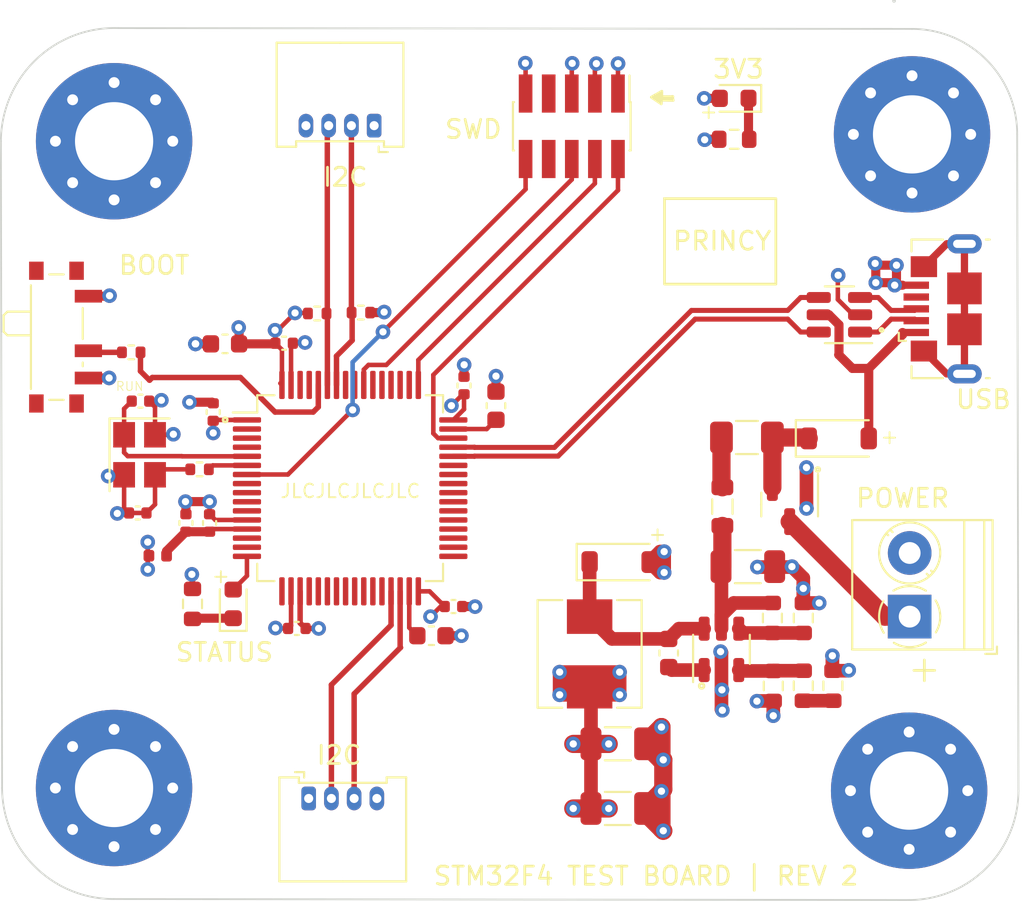
<source format=kicad_pcb>
(kicad_pcb (version 20221018) (generator pcbnew)
  (layers (0 "F.Cu" signal) (1 "In1.Cu" power) (2 "In2.Cu" power) (31 "B.Cu" signal) (34 "B.Paste" user) (35 "F.Paste" user) (36 "B.SilkS" user "B.Silkscreen") (37 "F.SilkS" user "F.Silkscreen") (38 "B.Mask" user) (39 "F.Mask" user) (44 "Edge.Cuts" user))
  (net 0 "")
  (net 1 "+12V")
  (net 2 "GND")
  (net 3 "Net-(D4-K)")
  (net 4 "Net-(D3-K)")
  (net 5 "Net-(R4-Pad2)")
  (net 6 "BUCK_FB")
  (net 7 "+3.3V")
  (net 8 "BUCK_EN")
  (net 9 "BUCK_IN")
  (net 10 "I2C1_SCL")
  (net 11 "I2C1_SDA")
  (net 12 "HSE_OUT")
  (net 13 "Net-(SW1-B)")
  (net 14 "BOOT0")
  (net 15 "USB_CONN_D-")
  (net 16 "USB_CONN_D+")
  (net 17 "USB_D+")
  (net 18 "+5V")
  (net 19 "USB_D-")
  (net 20 "BUCK_BST")
  (net 21 "BUCK_SW")
  (net 22 "Net-(D1-K)")
  (net 26 "HSE_IN")
  (net 27 "NRST")
  (net 32 "+3.3VA")
  (net 35 "LED_STATUS")
  (net 46 "USART3_TX")
  (net 47 "USART3_RX")
  (net 48 "Net-(U2-VCAP_1)")
  (net 60 "SWDIO")
  (net 61 "Net-(U2-VCAP_2)")
  (net 62 "SWCLK")
  (net 68 "SWO")
  (net 74 "unconnected-(J5-Shield-Pad6)")
  (net 77 "Net-(F1-Pad2)")
  (footprint "Capacitor_SMD:C_0402_1005Metric" (layer "F.Cu") (at 42.819581 107.869581 90)
    (fp_text reference "C12" hide)
    (fp_text value "10n" hide)
  )
  (footprint "Capacitor_SMD:C_0402_1005Metric" (layer "F.Cu") (at 43.019581 101.769581 90)
    (fp_text reference "C6" hide)
    (fp_text value "100n" hide)
  )
  (footprint "Capacitor_SMD:C_0402_1005Metric" (layer "F.Cu") (at 46.919581 97.985581)
    (fp_text reference "C10" hide)
    (fp_text value "100n" hide)
  )
  (footprint "MountingHole:MountingHole_4.3mm_M4_Pad_Via" (layer "F.Cu") (at 37.5666 122.44451)
    (fp_text reference "H3" hide)
    (fp_text value "MountingHole_Pad" hide)
  )
  (footprint "Capacitor_SMD:C_0402_1005Metric" (layer "F.Cu") (at 56.232581 112.463581)
    (fp_text reference "C8" hide)
    (fp_text value "100n" hide)
  )
  (footprint "Resistor_SMD:R_0402_1005Metric" (layer "F.Cu") (at 48.739581 96.349581)
    (fp_text reference "R11" hide)
    (fp_text value "2k2" hide)
  )
  (footprint "Capacitor_SMD:C_0603_1608Metric" (layer "F.Cu") (at 68.069581 115.019581 -90)
    (fp_text reference "C4" hide)
    (fp_text value "10n" hide)
  )
  (footprint "Package_TO_SOT_SMD:SOT-23-6" (layer "F.Cu") (at 77.457081 96.419581 180)
    (fp_text reference "U3" hide)
    (fp_text value "USBLC6-2SC6" hide)
  )
  (footprint "Fuse:Fuse_1206_3216Metric" (layer "F.Cu") (at 72.369581 103.169581 180)
    (fp_text reference "F1" hide)
    (fp_text value "250mA" hide)
  )
  (footprint "Connector_USB:USB_Micro-B_GCT_USB3076-30-A" (layer "F.Cu") (at 83.132081 96.094581 90)
    (fp_text reference "J5" hide)
    (fp_text value "USB_B_Micro" hide)
  )
  (footprint "Resistor_SMD:R_0603_1608Metric" (layer "F.Cu") (at 41.881581 112.319581 -90)
    (fp_text reference "R9" hide)
    (fp_text value "1k5" hide)
  )
  (footprint "MountingHole:MountingHole_4.3mm_M4_Pad_Via" (layer "F.Cu") (at 37.56914 86.87562)
    (fp_text reference "H4" hide)
    (fp_text value "MountingHole_Pad" hide)
  )
  (footprint "Connector_Molex:Molex_PicoBlade_53048-0410_1x04_P1.25mm_Horizontal" (layer "F.Cu") (at 48.269581 123.019581)
    (fp_text reference "J4" hide)
    (fp_text value "Conn_01x04" hide)
  )
  (footprint "Resistor_SMD:R_0603_1608Metric" (layer "F.Cu") (at 77.097581 116.819581 90)
    (fp_text reference "R5" hide)
    (fp_text value "270" hide)
  )
  (footprint "Capacitor_SMD:C_0603_1608Metric" (layer "F.Cu") (at 43.669581 98.019581 180)
    (fp_text reference "C5" hide)
    (fp_text value "4u7" hide)
  )
  (footprint "Capacitor_SMD:C_0402_1005Metric" (layer "F.Cu") (at 41.519581 107.869581 90)
    (fp_text reference "C11" hide)
    (fp_text value "1u" hide)
  )
  (footprint "TerminalBlock_Phoenix:TerminalBlock_Phoenix_PT-1,5-2-3.5-H_1x02_P3.50mm_Horizontal" (layer "F.Cu") (at 81.319581 113.019581 90)
    (fp_text reference "J1" hide)
    (fp_text value "Screw_Terminal_01x02" hide)
  )
  (footprint "Resistor_SMD:R_0402_1005Metric" (layer "F.Cu") (at 42.269581 104.919581 180)
    (fp_text reference "R8" hide)
    (fp_text value "47" hide)
  )
  (footprint "Capacitor_SMD:C_1206_3216Metric" (layer "F.Cu") (at 65.269581 120.013581)
    (fp_text reference "C2" hide)
    (fp_text value "10u" hide)
  )
  (footprint "MountingHole:MountingHole_4.3mm_M4_Pad_Via" (layer "F.Cu") (at 81.45 86.5)
    (fp_text reference "H1" hide)
    (fp_text value "MountingHole_Pad" hide)
  )
  (footprint "Diode_SMD:D_SOD-123" (layer "F.Cu") (at 65.369581 110.019581)
    (fp_text reference "D2" hide)
    (fp_text value "B5819W" hide)
  )
  (footprint "Resistor_SMD:R_0603_1608Metric" (layer "F.Cu") (at 75.469581 116.819581 -90)
    (fp_text reference "R4" hide)
    (fp_text value "15k" hide)
  )
  (footprint "Resistor_SMD:R_0603_1608Metric" (layer "F.Cu") (at 73.769581 113.094581 -90)
    (fp_text reference "R1" hide)
    (fp_text value "100k" hide)
  )
  (footprint "Crystal:Crystal_SMD_3225-4Pin_3.2x2.5mm" (layer "F.Cu") (at 38.969581 104.119581 -90)
    (fp_text reference "Y1" hide)
    (fp_text value "16MHz" hide)
  )
  (footprint "Inductor_SMD:L_Sunlord_MWSA0518S" (layer "F.Cu") (at 63.719581 115.069581 -90)
    (fp_text reference "L1" hide)
    (fp_text value "10u" hide)
  )
  (footprint "Capacitor_SMD:C_0603_1608Metric" (layer "F.Cu") (at 58.569581 101.419581 90)
    (fp_text reference "C14" hide)
    (fp_text value "2u2" hide)
  )
  (footprint "Diode_SMD:D_SOD-123" (layer "F.Cu") (at 77.419581 103.219581)
    (fp_text reference "D1" hide)
    (fp_text value "B5819W" hide)
  )
  (footprint "Package_TO_SOT_SMD:SOT-23-6" (layer "F.Cu") (at 70.969581 114.819581 90)
    (fp_text reference "U1" hide)
    (fp_text value "~" hide)
  )
  (footprint "LED_SMD:LED_0603_1608Metric" (layer "F.Cu") (at 44.119581 112.319581 90)
    (fp_text reference "D4" hide)
    (fp_text value "BLUE" hide)
  )
  (footprint "Capacitor_SMD:C_1206_3216Metric" (layer "F.Cu") (at 72.419581 110.269581)
    (fp_text reference "C1" hide)
    (fp_text value "10u" hide)
  )
  (footprint "Capacitor_SMD:C_0402_1005Metric" (layer "F.Cu") (at 56.812581 100.310581 90)
    (fp_text reference "C9" hide)
    (fp_text value "100n" hide)
  )
  (footprint "Connector_Molex:Molex_PicoBlade_53048-0410_1x04_P1.25mm_Horizontal" (layer "F.Cu") (at 51.869581 86.019581 180)
    (fp_text reference "J3" hide)
    (fp_text value "Conn_01x04" hide)
  )
  (footprint "Package_TO_SOT_SMD:SOT-23" (layer "F.Cu") (at 74.719581 106.857081 -90)
    (fp_text reference "Q1" hide)
    (fp_text value "AO3401A" hide)
  )
  (footprint "Resistor_SMD:R_0402_1005Metric" (layer "F.Cu") (at 51.139581 96.299581 180)
    (fp_text reference "R10" hide)
    (fp_text value "2k2" hide)
  )
  (footprint "Resistor_SMD:R_0603_1608Metric" (layer "F.Cu") (at 73.819581 116.831781 90)
    (fp_text reference "R3" hide)
    (fp_text value "47k" hide)
  )
  (footprint "Capacitor_SMD:C_0402_1005Metric" (layer "F.Cu") (at 47.619581 113.669581 180)
    (fp_text reference "C7" hide)
    (fp_text value "100n" hide)
  )
  (footprint "Package_QFP:LQFP-64_10x10mm_P0.5mm" (layer "F.Cu") (at 50.549581 105.953581)
    (fp_text reference "U2" hide)
    (fp_text value "STM32F405RGT6" hide)
  )
  (footprint "Resistor_SMD:R_0402_1005Metric" (layer "F.Cu") (at 38.511981 98.485981)
    (fp_text reference "R7" hide)
    (fp_text value "10k" hide)
  )
  (footprint "MountingHole:MountingHole_4.3mm_M4_Pad_Via" (layer "F.Cu") (at 81.29 122.59)
    (fp_text reference "H2" hide)
    (fp_text value "MountingHole_Pad" hide)
  )
  (footprint "Capacitor_SMD:C_0402_1005Metric" (layer "F.Cu") (at 38.869581 107.319581)
    (fp_text reference "C16" hide)
    (fp_text value "12p" hide)
  )
  (footprint "LED_SMD:LED_0603_1608Metric" (layer "F.Cu") (at 71.669581 84.519581 180)
    (fp_text reference "D3" hide)
    (fp_text value "RED" hide)
  )
  (footprint "Button_Switch_SMD:SW_SPDT_PCM12" (layer "F.Cu") (at 34.725181 97.649181 -90)
    (fp_text reference "SW1" hide)
    (fp_text value "SW_SPDT" hide)
  )
  (footprint "Capacitor_SMD:C_0402_1005Metric" (layer "F.Cu") (at 39.019581 101.169581)
    (fp_text reference "C15" hide)
    (fp_text value "12p" hide)
  )
  (footprint "Inductor_SMD:L_0402_1005Metric" (layer "F.Cu") (at 39.969581 109.669581)
    (fp_text reference "L2" hide)
    (fp_text value "39n" hide)
  )
  (footprint "Resistor_SMD:R_0603_1608Metric" (layer "F.Cu") (at 75.469581 113.094581 90)
    (fp_text reference "R2" hide)
    (fp_text value "68k" hide)
  )
  (footprint "Inductor_SMD:L_0805_2012Metric" (layer "F.Cu") (at 71.019581 106.969581 -90)
    (fp_text reference "FB1" hide)
    (fp_text value "600 @ 600MHz" hide)
  )
  (footprint "Capacitor_SMD:C_1206_3216Metric" (layer "F.Cu") (at 65.269581 123.569581)
    (fp_text reference "C3" hide)
    (fp_text value "10u" hide)
  )
  (footprint "Resistor_SMD:R_0603_1608Metric" (layer "F.Cu") (at 71.669581 86.769581 180)
    (fp_text reference "R6" hide)
    (fp_text value "1k" hide)
  )
  (footprint "Capacitor_SMD:C_0603_1608Metric" (layer "F.Cu") (at 55.019581 114.069581)
    (fp_text reference "C13" hide)
    (fp_text value "2u2" hide)
  )
  (footprint "Connector_PinSocket_1.27mm:PinSocket_2x05_P1.27mm_Vertical_SMD" (layer "F.Cu") (at 62.7384 86.05393)
    (fp_text reference "J2" hide)
    (fp_text value "SWD" hide)
  )
  (gr_poly (pts (xy 68.301616 84.42452) (xy 67.691 84.42452) (xy 67.691 84.126832) (xy 67.110864 84.453984) (xy 67.661536 84.82584) (xy 67.676776 84.61756) (xy 68.31584 84.6328) (xy 68.272152 84.40928)) (stroke (width 0.15)) (fill solid) (layer "F.SilkS"))
  (gr_circle (center 69.878448 116.82984) (end 70.00748 116.846096) (stroke (width 0.15)) (fill none) (layer "F.SilkS"))
  (gr_circle (center 79.77124 97.254568) (end 79.767176 97.245424) (stroke (width 0.15)) (fill none) (layer "F.SilkS"))
  (gr_circle (center 76.26604 104.9274) (end 76.273152 104.89692) (stroke (width 0.15)) (fill none) (layer "F.SilkS"))
  (gr_circle (center 43.67784 102.19944) (end 43.69308 102.237032) (stroke (width 0.15)) (fill none) (layer "F.SilkS"))
  (gr_rect (start 67.837304 90.033856) (end 73.961752 94.732856) (stroke (width 0.15)) (fill none) (layer "F.SilkS"))
  (gr_arc (start 31.344872 86.875624) (mid 33.258609 82.400777) (end 37.801492 80.65468) (stroke (width 0.1)) (layer "Edge.Cuts"))
  (gr_arc (start 81.451541 80.699999) (mid 85.54193 82.398289) (end 87.232097 86.492041) (stroke (width 0.1)) (layer "Edge.Cuts"))
  (gr_line (start 87.232097 86.492041) (end 87.301066 122.604363) (stroke (width 0.1)) (layer "Edge.Cuts"))
  (gr_arc (start 37.55365 128.549389) (mid 33.216237 126.768669) (end 31.40964 122.44197) (stroke (width 0.1)) (layer "Edge.Cuts"))
  (gr_line (start 37.801492 80.654679) (end 81.451541 80.699999) (stroke (width 0.1)) (layer "Edge.Cuts"))
  (gr_line (start 31.34487 86.87562) (end 31.40964 122.44197) (stroke (width 0.1)) (layer "Edge.Cuts"))
  (gr_line (start 37.55365 128.549389) (end 81.30032 128.60401) (stroke (width 0.1)) (layer "Edge.Cuts"))
  (gr_arc (start 80.46 79.16) (mid 80.46 79.16) (end 80.46 79.16) (stroke (width 0.1)) (layer "Edge.Cuts"))
  (gr_arc (start 87.301065 122.604363) (mid 85.537911 126.841631) (end 81.30032 128.604009) (stroke (width 0.1)) (layer "Edge.Cuts"))
  (gr_text "I2C" (at 48.96739 89.43594) (layer "F.SilkS") (effects (font (size 1 1)) (justify left bottom)))
  (gr_text "+" (at 66.894456 108.936536) (layer "F.SilkS") (effects (font (size 0.8 0.8) (thickness 0.1)) (justify left bottom)))
  (gr_text "3V3" (at 70.42785 83.49488) (layer "F.SilkS") (effects (font (size 1 1)) (justify left bottom)))
  (gr_text "BOOT\n" (at 37.74186 94.27972) (layer "F.SilkS") (effects (font (size 1 1)) (justify left bottom)))
  (gr_text "+" (at 81.099152 116.737384) (layer "F.SilkS") (effects (font (size 1.5 1.5)) (justify left bottom)))
  (gr_text "USB" (at 83.77428 101.66223) (layer "F.SilkS") (effects (font (size 1 1)) (justify left bottom)))
  (gr_text "STM32F4 TEST BOARD | REV 2" (at 55.053992 127.867664) (layer "F.SilkS") (effects (font (size 1 1)) (justify left bottom)))
  (gr_text "I2C" (at 48.62195 121.22404) (layer "F.SilkS") (effects (font (size 1 1)) (justify left bottom)))
  (gr_text "RUN" (at 37.631624 100.643944) (layer "F.SilkS") (effects (font (size 0.492 0.492) (thickness 0.0484)) (justify left bottom)))
  (gr_text "STATUS" (at 40.87368 115.56492) (layer "F.SilkS") (effects (font (size 1 1)) (justify left bottom)))
  (gr_text "PRINCY\n" (at 68.22 92.95) (layer "F.SilkS") (effects (font (size 1 1)) (justify left bottom)))
  (gr_text "SWD" (at 55.6768 86.8045) (layer "F.SilkS") (effects (font (size 1 1)) (justify left bottom)))
  (gr_text "POWER" (at 78.28788 107.09148) (layer "F.SilkS") (effects (font (size 1 1)) (justify left bottom)))
  (gr_text "+" (at 79.653384 103.585264) (layer "F.SilkS") (effects (font (size 0.8 0.8) (thickness 0.1)) (justify left bottom)))
  (gr_text "+" (at 69.705728 85.70468) (layer "F.SilkS") (effects (font (size 0.8 0.8) (thickness 0.1)) (justify left bottom)))
  (gr_text "JLCJLCJLCJLC" (at 46.66 106.55) (layer "F.SilkS") (effects (font (size 0.746 0.746) (thickness 0.0992)) (justify left bottom)))
  (gr_text "+" (at 42.878248 111.235744) (layer "F.SilkS") (effects (font (size 0.8 0.8) (thickness 0.1)) (justify left bottom)))
  (segment (start 81.319581 113.019581) (end 79.944581 113.019581) (width 1) (layer "F.Cu") (net 1))
  (segment (start 79.944581 113.019581) (end 74.719581 107.794581) (width 1) (layer "F.Cu") (net 1))
  (segment (start 70.419581 86.769581) (end 70.069581 86.769581) (width 0.5) (layer "F.Cu") (net 2))
  (segment (start 38.119581 105.219581) (end 37.311249 105.219581) (width 0.25) (layer "F.Cu") (net 2))
  (segment (start 47.299581 113.509581) (end 47.139581 113.669581) (width 0.249936) (layer "F.Cu") (net 2))
  (segment (start 38.389581 107.319581) (end 39.349581 107.319581) (width 0.249936) (layer "F.Cu") (net 2))
  (segment (start 67.669581 119.094581) (end 67.669581 120.794581) (width 1) (layer "F.Cu") (net 2))
  (segment (start 36.159781 99.894581) (end 36.155181 99.899181) (width 0.5) (layer "F.Cu") (net 2))
  (segment (start 64.0084 84.25393) (end 64.0084 82.69057) (width 0.25) (layer "F.Cu") (net 2))
  (segment (start 75.469581 111.469581) (end 75.469581 110.894581) (width 0.75) (layer "F.Cu") (net 2))
  (segment (start 77.097581 115.994581) (end 77.944581 115.994581) (width 0.75) (layer "F.Cu") (net 2))
  (segment (start 79.455474 93.630474) (end 79.419581 93.594581) (width 0.5) (layer "F.Cu") (net 2))
  (segment (start 60.1984 82.59612) (end 60.1853 82.58302) (width 0.25) (layer "F.Cu") (net 2))
  (segment (start 67.669581 122.619581) (end 67.669581 124.694581) (width 1) (layer "F.Cu") (net 2))
  (segment (start 39.819581 105.219581) (end 39.819581 106.849581) (width 0.249936) (layer "F.Cu") (net 2))
  (segment (start 79.455474 94.655975) (end 80.355975 94.655975) (width 0.5) (layer "F.Cu") (net 2))
  (segment (start 44.874581 107.703581) (end 43.133581 107.703581) (width 0.249936) (layer "F.Cu") (net 2))
  (segment (start 39.819581 103.019581) (end 40.800299 103.019581) (width 0.25) (layer "F.Cu") (net 2))
  (segment (start 66.744581 123.569581) (end 66.744581 123.769581) (width 1) (layer "F.Cu") (net 2))
  (segment (start 67.769581 120.894581) (end 67.625581 120.894581) (width 1) (layer "F.Cu") (net 2))
  (segment (start 70.069581 86.769581) (end 70.044581 86.794581) (width 0.5) (layer "F.Cu") (net 2))
  (segment (start 66.744581 123.769581) (end 67.769581 124.794581) (width 1) (layer "F.Cu") (net 2))
  (segment (start 80.594581 93.694581) (end 79.519581 93.694581) (width 0.5) (layer "F.Cu") (net 2))
  (segment (start 55.794581 114.069581) (end 56.669581 114.069581) (width 0.5) (layer "F.Cu") (net 2))
  (segment (start 47.139581 113.669581) (end 46.469581 113.669581) (width 0.249936) (layer "F.Cu") (net 2))
  (segment (start 38.119581 105.219581) (end 38.119581 107.049581) (width 0.249936) (layer "F.Cu") (net 2))
  (segment (start 70.969581 114.994081) (end 70.969581 118.119581) (width 0.75) (layer "F.Cu") (net 2))
  (segment (start 67.669581 120.794581) (end 67.769581 120.894581) (width 1) (layer "F.Cu") (net 2))
  (segment (start 67.594581 109.444581) (end 67.019581 110.019581) (width 0.75) (layer "F.Cu") (net 2))
  (segment (start 67.769581 122.519581) (end 67.669581 122.619581) (width 1) (layer "F.Cu") (net 2))
  (segment (start 56.712581 112.463581) (end 57.413581 112.463581) (width 0.5) (layer "F.Cu") (net 2))
  (segment (start 79.455474 94.655975) (end 79.455474 93.630474) (width 0.5) (layer "F.Cu") (net 2))
  (segment (start 79.41908 94.619581) (end 79.455474 94.655975) (width 0.25) (layer "F.Cu") (net 2))
  (segment (start 57.413581 112.463581) (end 57.419581 112.469581) (width 0.5) (layer "F.Cu") (net 2))
  (segment (start 75.469581 110.894581) (end 74.844581 110.269581) (width 0.75) (layer "F.Cu") (net 2))
  (segment (start 42.819581 107.389581) (end 42.819581 106.694581) (width 0.249936) (layer "F.Cu") (net 2))
  (segment (start 67.663581 119.094581) (end 66.744581 120.013581) (width 1) (layer "F.Cu") (net 2))
  (segment (start 39.819581 101.489581) (end 39.499581 101.169581) (width 0.249936) (layer "F.Cu") (net 2))
  (segment (start 80.494581 94.794581) (end 80.927081 94.794581) (width 0.5) (layer "F.Cu") (net 2))
  (segment (start 37.824581 107.344581) (end 37.744581 107.344581) (width 0.249936) (layer "F.Cu") (net 2))
  (segment (start 42.044581 98.019581) (end 42.894581 98.019581) (width 0.5) (layer "F.Cu") (net 2))
  (segment (start 47.299581 100.278581) (end 47.299581 98.085581) (width 0.249936) (layer "F.Cu") (net 2))
  (segment (start 47.299581 98.085581) (end 47.399581 97.985581) (width 0.249936) (layer "F.Cu") (net 2))
  (segment (start 42.95916 101.22916) (end 41.71569 101.22916) (width 0.5) (layer "F.Cu") (net 2))
  (segment (start 77.369581 94.265839) (end 77.38872 94.2467) (width 0.25) (layer "F.Cu") (net 2))
  (segment (start 67.669581 124.694581) (end 67.769581 124.794581) (width 1) (layer "F.Cu") (net 2))
  (segment (start 67.669581 119.094581) (end 67.663581 119.094581) (width 1) (layer "F.Cu") (net 2))
  (segment (start 67.625581 120.894581) (end 66.744581 120.013581) (width 1) (layer "F.Cu") (net 2))
  (segment (start 48.028581 97.985581) (end 48.069581 97.944581) (width 0.249936) (layer "F.Cu") (net 2))
  (segment (start 77.369581 95.578832) (end 77.369581 94.265839) (width 0.25) (layer "F.Cu") (net 2))
  (segment (start 47.299581 111.628581) (end 47.299581 113.509581) (width 0.249936) (layer "F.Cu") (net 2))
  (segment (start 43.019581 101.289581) (end 42.95916 101.22916) (width 0.5) (layer "F.Cu") (net 2))
  (segment (start 67.594581 110.594581) (end 67.019581 110.019581) (width 0.75) (layer "F.Cu") (net 2))
  (segment (start 78.594581 96.419581) (end 78.21033 96.419581) (width 0.25) (layer "F.Cu") (net 2))
  (segment (start 41.881581 110.731581) (end 41.844581 110.694581) (width 0.3) (layer "F.Cu") (net 2))
  (segment (start 39.819581 106.849581) (end 39.349581 107.319581) (width 0.249936) (layer "F.Cu") (net 2))
  (segment (start 72.944581 110.294581) (end 74.819581 110.294581) (width 0.75) (layer "F.Cu") (net 2))
  (segment (start 47.399581 97.985581) (end 48.028581 97.985581) (width 0.249936) (layer "F.Cu") (net 2))
  (segment (start 75.644581 104.819581) (end 75.644581 107.069581) (width 0.75) (layer "F.Cu") (net 2))
  (segment (start 67.819581 110.594581) (end 67.594581 110.594581) (width 0.75) (layer "F.Cu") (net 2))
  (segment (start 77.069581 115.169581) (end 77.069581 115.966581) (width 0.75) (layer "F.Cu") (net 2))
  (segment (start 67.819581 109.444581) (end 67.594581 109.444581) (width 0.75) (layer "F.Cu") (net 2))
  (segment (start 75.469581 112.269581) (end 76.344581 112.269581) (width 0.75) (layer "F.Cu") (net 2))
  (segment (start 64.0084 82.69057) (end 64.09055 82.60842) (width 0.25) (layer "F.Cu") (net 2))
  (segment (start 67.669581 122.619581) (end 67.669581 122.644581) (width 1) (layer "F.Cu") (net 2))
  (segment (start 62.7384 82.61437) (end 62.76086 82.59191) (width 0.25) (layer "F.Cu") (net 2))
  (segment (start 79.519581 93.694581) (end 79.419581 93.594581) (width 0.5) (layer "F.Cu") (net 2))
  (segment (start 70.844581 86.769581) (end 70.419581 86.769581) (width 0.5) (layer "F.Cu") (net 2))
  (segment (start 56.812581 99.176581) (end 56.819581 99.169581) (width 0.5) (layer "F.Cu") (net 2))
  (segment (start 80.355975 94.655975) (end 80.494581 94.794581) (width 0.5) (layer "F.Cu") (net 2))
  (segment (start 75.469581 111.469581) (end 75.469581 112.269581) (width 0.75) (layer "F.Cu") (net 2))
  (segment (start 41.494581 106.694581) (end 42.819581 106.694581) (width 0.5) (layer "F.Cu") (net 2))
  (segment (start 60.1984 84.25393) (end 60.1984 82.59612) (width 0.25) (layer "F.Cu") (net 2))
  (segment (start 46.469581 113.669581) (end 46.444581 113.644581) (width 0.249936) (layer "F.Cu") (net 2))
  (segment (start 74.819581 110.294581) (end 74.844581 110.269581) (width 0.75) (layer "F.Cu") (net 2))
  (segment (start 39.499581 101.169581) (end 40.119581 101.169581) (width 0.249936) (layer "F.Cu") (net 2))
  (segment (start 78.21033 96.419581) (end 77.369581 95.578832) (width 0.25) (layer "F.Cu") (net 2))
  (segment (start 58.569581 100.644581) (end 58.569581 99.794581) (width 0.5) (layer "F.Cu") (net 2))
  (segment (start 77.944581 115.994581) (end 77.969581 115.969581) (width 0.75) (layer "F.Cu") (net 2))
  (segment (start 56.812581 99.830581) (end 56.812581 99.176581) (width 0.5) (layer "F.Cu") (net 2))
  (segment (start 37.769581 107.319581) (end 37.744581 107.344581) (width 0.249936) (layer "F.Cu") (net 2))
  (segment (start 40.800299 103.019581) (end 40.82923 102.99065) (width 0.25) (layer "F.Cu") (net 2))
  (segment (start 41.759581 104.919581) (end 40.119581 104.919581) (width 0.249936) (layer "F.Cu") (net 2))
  (segment (start 43.133581 107.703581) (end 42.819581 107.389581) (width 0.249936) (layer "F.Cu") (net 2))
  (segment (start 40.119581 101.169581) (end 40.169581 101.119581) (width 0.249936) (layer "F.Cu") (net 2))
  (segment (start 37.294581 99.894581) (end 36.159781 99.894581) (width 0.5) (layer "F.Cu") (net 2))
  (segment (start 62.7384 84.25393) (end 62.7384 82.61437) (width 0.25) (layer "F.Cu") (net 2))
  (segment (start 70.969581 118.119581) (end 71.019581 118.169581) (width 0.75) (layer "F.Cu") (net 2))
  (segment (start 67.769581 120.894581) (end 67.769581 122.519581) (width 1) (layer "F.Cu") (net 2))
  (segment (start 37.311249 105.219581) (end 37.24275 105.28808) (width 0.25) (layer "F.Cu") (net 2))
  (segment (start 77.069581 115.966581) (end 77.097581 115.994581) (width 0.75) (layer "F.Cu") (net 2))
  (segment (start 41.881581 111.494581) (end 41.881581 110.731581) (width 0.3) (layer "F.Cu") (net 2))
  (segment (start 39.819581 103.019581) (end 39.819581 101.489581) (width 0.249936) (layer "F.Cu") (net 2))
  (segment (start 80.594581 94.694581) (end 80.494581 94.794581) (width 0.5) (layer "F.Cu") (net 2))
  (segment (start 67.669581 122.644581) (end 66.744581 123.569581) (width 1) (layer "F.Cu") (net 2))
  (segment (start 41.519581 107.389581) (end 41.519581 106.719581) (width 0.5) (layer "F.Cu") (net 2))
  (segment (start 38.119581 107.049581) (end 37.824581 107.344581) (width 0.249936) (layer "F.Cu") (net 2))
  (segment (start 40.119581 104.919581) (end 39.819581 105.219581) (width 0.249936) (layer "F.Cu") (net 2))
  (segment (start 67.819581 109.444581) (end 67.819581 110.594581) (width 0.75) (layer "F.Cu") (net 2))
  (segment (start 41.519581 106.719581) (end 41.494581 106.694581) (width 0.5) (layer "F.Cu") (net 2))
  (segment (start 70.919581 114.944081) (end 70.969581 114.994081) (width 0.75) (layer "F.Cu") (net 2))
  (segment (start 80.594581 93.694581) (end 80.594581 94.694581) (width 0.5) (layer "F.Cu") (net 2))
  (segment (start 38.389581 107.319581) (end 37.769581 107.319581) (width 0.249936) (layer "F.Cu") (net 2))
  (via (at 80.594581 93.694581) (size 0.8) (drill 0.4) (layers "F.Cu" "B.Cu") (net 2))
  (via (at 41.494581 106.694581) (size 0.8) (drill 0.4) (layers "F.Cu" "B.Cu") (net 2))
  (via (at 70.994581 117.044581) (size 0.8) (drill 0.4) (layers "F.Cu" "B.Cu") (net 2))
  (via (at 56.669581 114.069581) (size 0.8) (drill 0.4) (layers "F.Cu" "B.Cu") (net 2))
  (via (at 37.294581 99.894581) (size 0.8) (drill 0.4) (layers "F.Cu" "B.Cu") (net 2))
  (via (at 75.469581 111.469581) (size 0.8) (drill 0.4) (layers "F.Cu" "B.Cu") (net 2))
  (via (at 37.744581 107.344581) (size 0.8) (drill 0.4) (layers "F.Cu" "B.Cu") (net 2))
  (via (at 37.24275 105.28808) (size 0.8) (drill 0.4) (layers "F.Cu" "B.Cu") (net 2))
  (via (at 42.044581 98.019581) (size 0.8) (drill 0.4) (layers "F.Cu" "B.Cu") (net 2))
  (via (at 70.044581 86.794581) (size 0.8) (drill 0.4) (layers "F.Cu" "B.Cu") (net 2))
  (via (at 67.669581 122.619581) (size 0.8) (drill 0.4) (layers "F.Cu" "B.Cu") (net 2))
  (via (at 79.455474 94.655975) (size 0.8) (drill 0.4) (layers "F.Cu" "B.Cu") (net 2))
  (via (at 70.919581 114.944081) (size 0.8) (drill 0.4) (layers "F.Cu" "B.Cu") (net 2))
  (via (at 46.444581 113.644581) (size 0.8) (drill 0.4) (layers "F.Cu" "B.Cu") (net 2))
  (via (at 64.09055 82.60842) (size 0.8) (drill 0.4) (layers "F.Cu" "B.Cu") (net 2))
  (via (at 42.044581 98.019581) (size 0.8) (drill 0.4) (layers "F.Cu" "B.Cu") (net 2))
  (via (at 75.644581 104.819581) (size 0.8) (drill 0.4) (layers "F.Cu" "B.Cu") (net 2))
  (via (at 71.019581 118.169581) (size 0.8) (drill 0.4) (layers "F.Cu" "B.Cu") (net 2))
  (via (at 77.38872 94.2467) (size 0.8) (drill 0.4) (layers "F.Cu" "B.Cu") (net 2))
  (via (at 42.044581 98.019581) (size 0.8) (drill 0.4) (layers "F.Cu" "B.Cu") (net 2))
  (via (at 67.769581 120.894581) (size 0.8) (drill 0.4) (layers "F.Cu" "B.Cu") (net 2))
  (via (at 79.419581 93.594581) (size 0.8) (drill 0.4) (layers "F.Cu" "B.Cu") (net 2))
  (via (at 72.944581 110.294581) (size 0.8) (drill 0.4) (layers "F.Cu" "B.Cu") (net 2))
  (via (at 57.419581 112.469581) (size 0.8) (drill 0.4) (layers "F.Cu" "B.Cu") (net 2))
  (via (at 58.569581 99.794581) (size 0.8) (drill 0.4) (layers "F.Cu" "B.Cu") (net 2))
  (via (at 40.169581 101.119581) (size 0.8) (drill 0.4) (layers "F.Cu" "B.Cu") (net 2))
  (via (at 41.71569 101.22916) (size 0.8) (drill 0.4) (layers "F.Cu" "B.Cu") (net 2))
  (via (at 42.044581 98.019581) (size 0.8) (drill 0.4) (layers "F.Cu" "B.Cu") (net 2))
  (via (at 76.344581 112.269581) (size 0.8) (drill 0.4) (layers "F.Cu" "B.Cu") (net 2))
  (via (at 56.819581 99.169581) (size 0.8) (drill 0.4) (layers "F.Cu" "B.Cu") (net 2))
  (via (at 67.819581 110.594581) (size 0.8) (drill 0.4) (layers "F.Cu" "B.Cu") (net 2))
  (via (at 40.82923 102.99065) (size 0.8) (drill 0.4) (layers "F.Cu" "B.Cu") (net 2))
  (via (at 77.969581 115.969581) (size 0.8) (drill 0.4) (layers "F.Cu" "B.Cu") (net 2))
  (via (at 80.494581 94.794581) (size 0.8) (drill 0.4) (layers "F.Cu" "B.Cu") (net 2))
  (via (at 67.669581 119.094581) (size 0.8) (drill 0.4) (layers "F.Cu" "B.Cu") (net 2))
  (via (at 74.844581 110.269581) (size 0.8) (drill 0.4) (layers "F.Cu" "B.Cu") (net 2))
  (via (at 75.644581 107.069581) (size 0.8) (drill 0.4) (layers "F.Cu" "B.Cu") (net 2))
  (via (at 42.044581 98.019581) (size 0.8) (drill 0.4) (layers "F.Cu" "B.Cu") (net 2))
  (via (at 67.819581 109.444581) (size 0.8) (drill 0.4) (layers "F.Cu" "B.Cu") (net 2))
  (via (at 77.069581 115.169581) (size 0.8) (drill 0.4) (layers "F.Cu" "B.Cu") (net 2))
  (via (at 67.769581 124.794581) (size 0.8) (drill 0.4) (layers "F.Cu" "B.Cu") (net 2))
  (via (at 42.819581 106.694581) (size 0.8) (drill 0.4) (layers "F.Cu" "B.Cu") (net 2))
  (via (at 41.844581 110.694581) (size 0.8) (drill 0.4) (layers "F.Cu" "B.Cu") (net 2))
  (via (at 48.069581 97.944581) (size 0.8) (drill 0.4) (layers "F.Cu" "B.Cu") (net 2))
  (via (at 60.1853 82.58302) (size 0.8) (drill 0.4) (layers "F.Cu" "B.Cu") (net 2))
  (via (at 62.76086 82.59191) (size 0.8) (drill 0.4) (layers "F.Cu" "B.Cu") (net 2))
  (segment (start 44.119581 113.107081) (end 41.919081 113.107081) (width 0.5) (layer "F.Cu") (net 3))
  (segment (start 41.919081 113.107081) (end 41.881581 113.144581) (width 0.5) (layer "F.Cu") (net 3))
  (segment (start 72.457081 84.519581) (end 72.457081 86.732081) (width 0.5) (layer "F.Cu") (net 4))
  (segment (start 72.457081 86.732081) (end 72.494581 86.769581) (width 0.5) (layer "F.Cu") (net 4))
  (segment (start 77.097581 117.644581) (end 75.469581 117.644581) (width 0.75) (layer "F.Cu") (net 5))
  (segment (start 73.831781 115.994581) (end 73.819581 116.006781) (width 0.75) (layer "F.Cu") (net 6))
  (segment (start 73.819581 116.006781) (end 71.969281 116.006781) (width 0.75) (layer "F.Cu") (net 6))
  (segment (start 75.469581 115.994581) (end 73.831781 115.994581) (width 0.75) (layer "F.Cu") (net 6))
  (segment (start 71.969281 116.006781) (end 71.919581 115.957081) (width 0.75) (layer "F.Cu") (net 6))
  (segment (start 56.119581 101.419581) (end 56.183581 101.419581) (width 0.5) (layer "F.Cu") (net 7))
  (segment (start 44.444581 97.144581) (end 44.419581 97.119581) (width 0.5) (layer "F.Cu") (net 7))
  (segment (start 62.269581 117.119581) (end 62.069581 117.319581) (width 0.75) (layer "F.Cu") (net 7))
  (segment (start 48.099581 113.669581) (end 48.819581 113.669581) (width 0.3) (layer "F.Cu") (net 7))
  (segment (start 62.819581 120.019581) (end 64.769581 120.019581) (width 1) (layer "F.Cu") (net 7))
  (segment (start 52.389581 96.299581) (end 52.419581 96.269581) (width 0.5) (layer "F.Cu") (net 7))
  (segment (start 46.405581 98.019581) (end 46.439581 97.985581) (width 0.5) (layer "F.Cu") (net 7))
  (segment (start 63.119581 117.119581) (end 62.069581 116.069581) (width 0.75) (layer "F.Cu") (net 7))
  (segment (start 65.2784 84.25393) (end 65.2784 82.6131) (width 0.25) (layer "F.Cu") (net 7))
  (segment (start 55.525581 112.463581) (end 54.969581 113.019581) (width 0.25) (layer "F.Cu") (net 7))
  (segment (start 63.719581 117.119581) (end 63.119581 117.119581) (width 0.75) (layer "F.Cu") (net 7))
  (segment (start 63.794581 120.013581) (end 63.794581 117.194581) (width 0.75) (layer "F.Cu") (net 7))
  (segment (start 70.882081 84.519581) (end 70.019581 84.519581) (width 0.5) (layer "F.Cu") (net 7))
  (segment (start 37.289981 95.399181) (end 37.319581 95.369581) (width 0.5) (layer "F.Cu") (net 7))
  (segment (start 65.369581 116.069581) (end 65.369581 117.319581) (width 0.75) (layer "F.Cu") (net 7))
  (segment (start 63.719581 117.119581) (end 62.269581 117.119581) (width 0.75) (layer "F.Cu") (net 7))
  (segment (start 73.819581 117.656781) (end 73.819581 118.469581) (width 0.75) (layer "F.Cu") (net 7))
  (segment (start 47.799581 113.369581) (end 48.099581 113.669581) (width 0.3) (layer "F.Cu") (net 7))
  (segment (start 43.065581 102.203581) (end 43.019581 102.249581) (width 0.249936) (layer "F.Cu") (net 7))
  (segment (start 39.419581 110.419581) (end 39.419581 108.919581) (width 0.249936) (layer "F.Cu") (net 7))
  (segment (start 63.719581 117.119581) (end 65.169581 117.119581) (width 0.75) (layer "F.Cu") (net 7))
  (segment (start 51.649581 96.299581) (end 52.389581 96.299581) (width 0.5) (layer "F.Cu") (net 7))
  (segment (start 56.812581 101.615581) (end 56.224581 102.203581) (width 0.249936) (layer "F.Cu") (net 7))
  (segment (start 65.169581 117.119581) (end 65.369581 117.319581) (width 0.75) (layer "F.Cu") (net 7))
  (segment (start 47.799581 111.628581) (end 47.799581 113.369581) (width 0.3) (layer "F.Cu") (net 7))
  (segment (start 63.794581 117.194581) (end 63.719581 117.119581) (width 0.75) (layer "F.Cu") (net 7))
  (segment (start 46.419581 97.269581) (end 46.569581 97.269581) (width 0.249936) (layer "F.Cu") (net 7))
  (segment (start 65.2784 82.6131) (end 65.28308 82.60842) (width 0.25) (layer "F.Cu") (net 7))
  (segment (start 62.069581 116.069581) (end 65.369581 116.069581) (width 0.75) (layer "F.Cu") (net 7))
  (segment (start 64.319581 117.119581) (end 65.369581 116.069581) (width 0.75) (layer "F.Cu") (net 7))
  (segment (start 56.812581 100.790581) (end 56.748581 100.790581) (width 0.25) (layer "F.Cu") (net 7))
  (segment (start 44.444581 98.019581) (end 46.405581 98.019581) (width 0.5) (layer "F.Cu") (net 7))
  (segment (start 62.069581 116.069581) (end 62.069581 117.319581) (width 0.75) (layer "F.Cu") (net 7))
  (segment (start 47.519581 96.319581) (end 48.199581 96.319581) (width 0.25) (layer "F.Cu") (net 7))
  (segment (start 46.799581 100.278581) (end 46.799581 98.345581) (width 0.249936) (layer "F.Cu") (net 7))
  (segment (start 46.799581 98.345581) (end 46.439581 97.985581) (width 0.249936) (layer "F.Cu") (net 7))
  (segment (start 46.439581 97.985581) (end 46.439581 97.289581) (width 0.249936) (layer "F.Cu") (net 7))
  (segment (start 73.819581 117.656781) (end 72.932381 117.656781) (width 0.75) (layer "F.Cu") (net 7))
  (segment (start 63.794581 120.013581) (end 63.794581 123.569581) (width 0.75) (layer "F.Cu") (net 7))
  (segment (start 47.549581 96.349581) (end 47.519581 96.319581) (width 0.5) (layer "F.Cu") (net 7))
  (segment (start 54.299581 111.628581) (end 54.917581 111.628581) (width 0.25) (layer "F.Cu") (net 7))
  (segment (start 56.812581 100.790581) (end 56.812581 101.615581) (width 0.249936) (layer "F.Cu") (net 7))
  (segment (start 56.812581 100.790581) (end 56.805017 100.790581) (width 0.249936) (layer "F.Cu") (net 7))
  (segment (start 52.61806 96.071102) (end 52.419581 96.269581) (width 0.249936) (layer "F.Cu") (net 7))
  (segment (start 39.369581 108.869581) (end 39.419581 108.919581) (width 0.249936) (layer "F.Cu") (net 7))
  (segment (start 48.199581 96.319581) (end 48.229581 96.349581) (width 0.25) (layer "F.Cu") (net 7))
  (segment (start 62.819581 123.569581) (end 64.769581 123.569581) (width 1) (layer "F.Cu") (net 7))
  (segment (start 62.069581 117.319581) (end 65.369581 117.319581) (width 0.75) (layer "F.Cu") (net 7))
  (segment (start 46.439581 97.289581) (end 46.419581 97.269581) (width 0.249936) (layer "F.Cu") (net 7))
  (segment (start 63.719581 117.119581) (end 64.319581 117.119581) (width 0.75) (layer "F.Cu") (net 7))
  (segment (start 54.917581 111.628581) (end 55.752581 112.463581) (width 0.25) (layer "F.Cu") (net 7))
  (segment (start 44.874581 102.203581) (end 43.065581 102.203581) (width 0.249936) (layer "F.Cu") (net 7))
  (segment (start 46.710613 100.189613) (end 46.799581 100.278581) (width 0.249936) (layer "F.Cu") (net 7))
  (segment (start 72.932381 117.656781) (end 72.919581 117.669581) (width 0.75) (layer "F.Cu") (net 7))
  (segment (start 44.444581 98.019581) (end 44.444581 97.144581) (width 0.5) (layer "F.Cu") (net 7))
  (segment (start 46.569581 97.269581) (end 47.519581 96.319581) (width 0.249936) (layer "F.Cu") (net 7))
  (segment (start 56.748581 100.790581) (end 56.119581 101.419581) (width 0.25) (layer "F.Cu") (net 7))
  (segment (start 36.155181 95.399181) (end 37.289981 95.399181) (width 0.5) (layer "F.Cu") (net 7))
  (segment (start 43.019581 102.249581) (end 43.019581 102.919581) (width 0.249936) (layer "F.Cu") (net 7))
  (via (at 48.819581 113.669581) (size 0.8) (drill 0.4) (layers "F.Cu" "B.Cu") (net 7))
  (via (at 70.019581 84.519581) (size 0.8) (drill 0.4) (layers "F.Cu" "B.Cu") (net 7))
  (via (at 65.369581 116.069581) (size 0.8) (drill 0.4) (layers "F.Cu" "B.Cu") (net 7))
  (via (at 54.969581 113.019581) (size 0.8) (drill 0.4) (layers "F.Cu" "B.Cu") (net 7))
  (via (at 46.419581 97.269581) (size 0.8) (drill 0.4) (layers "F.Cu" "B.Cu") (net 7))
  (via (at 65.369581 117.319581) (size 0.8) (drill 0.4) (layers "F.Cu" "B.Cu") (net 7))
  (via (at 37.319581 95.369581) (size 0.8) (drill 0.4) (layers "F.Cu" "B.Cu") (net 7))
  (via (at 62.819581 120.019581) (size 0.8) (drill 0.4) (layers "F.Cu" "B.Cu") (net 7))
  (via (at 39.419581 110.419581) (size 0.8) (drill 0.4) (layers "F.Cu" "B.Cu") (net 7))
  (via (at 62.069581 117.319581) (size 0.8) (drill 0.4) (layers "F.Cu" "B.Cu") (net 7))
  (via (at 73.819581 118.469581) (size 0.8) (drill 0.4) (layers "F.Cu" "B.Cu") (net 7))
  (via (at 72.919581 117.669581) (size 0.8) (drill 0.4) (layers "F.Cu" "B.Cu") (net 7))
  (via (at 44.419581 97.119581) (size 0.8) (drill 0.4) (layers "F.Cu" "B.Cu") (net 7))
  (via (at 47.519581 96.319581) (size 0.8) (drill 0.4) (layers "F.Cu" "B.Cu") (net 7))
  (via (at 64.769581 123.569581) (size 0.8) (drill 0.4) (layers "F.Cu" "B.Cu") (net 7))
  (via (at 56.119581 101.419581) (size 0.8) (drill 0.4) (layers "F.Cu" "B.Cu") (net 7))
  (via (at 62.819581 123.569581) (size 0.8) (drill 0.4) (layers "F.Cu" "B.Cu") (net 7))
  (via (at 64.769581 120.019581) (size 0.8) (drill 0.4) (layers "F.Cu" "B.Cu") (net 7))
  (via (at 62.069581 116.069581) (size 0.8) (drill 0.4) (layers "F.Cu" "B.Cu") (net 7))
  (via (at 52.419581 96.269581) (size 0.8) (drill 0.4) (layers "F.Cu" "B.Cu") (net 7))
  (via (at 43.019581 102.919581) (size 0.8) (drill 0.4) (layers "F.Cu" "B.Cu") (net 7))
  (via (at 65.28308 82.60842) (size 0.8) (drill 0.4) (layers "F.Cu" "B.Cu") (net 7))
  (via (at 39.419581 108.919581) (size 0.8) (drill 0.4) (layers "F.Cu" "B.Cu") (net 7))
  (segment (start 73.769581 113.919581) (end 72.157081 113.919581) (width 0.75) (layer "F.Cu") (net 8))
  (segment (start 75.469581 113.919581) (end 73.769581 113.919581) (width 0.75) (layer "F.Cu") (net 8))
  (segment (start 72.157081 113.919581) (end 71.919581 113.682081) (width 0.75) (layer "F.Cu") (net 8))
  (segment (start 70.969581 110.294581) (end 70.944581 110.269581) (width 0.75) (layer "F.Cu") (net 9))
  (segment (start 71.644276 112.269581) (end 70.969581 112.944276) (width 0.75) (layer "F.Cu") (net 9))
  (segment (start 71.019581 110.194581) (end 70.944581 110.269581) (width 1) (layer "F.Cu") (net 9))
  (segment (start 70.969581 113.682081) (end 70.969581 110.294581) (width 0.75) (layer "F.Cu") (net 9))
  (segment (start 73.769581 112.269581) (end 71.644276 112.269581) (width 0.75) (layer "F.Cu") (net 9))
  (segment (start 70.969581 112.944276) (end 70.969581 113.682081) (width 0.75) (layer "F.Cu") (net 9))
  (segment (start 71.019581 108.032081) (end 71.019581 110.194581) (width 1) (layer "F.Cu") (net 9))
  (segment (start 50.659581 96.329581) (end 50.659581 97.829581) (width 0.299974) (layer "F.Cu") (net 10))
  (segment (start 49.799581 98.689581) (end 49.799581 100.278581) (width 0.299974) (layer "F.Cu") (net 10))
  (segment (start 50.629581 96.299581) (end 50.659581 96.329581) (width 0.299974) (layer "F.Cu") (net 10))
  (segment (start 50.619581 86.019581) (end 50.619581 96.289581) (width 0.299974) (layer "F.Cu") (net 10))
  (segment (start 50.659581 97.829581) (end 49.799581 98.689581) (width 0.299974) (layer "F.Cu") (net 10))
  (segment (start 50.619581 96.289581) (end 50.629581 96.299581) (width 0.299974) (layer "F.Cu") (net 10))
  (segment (start 49.299581 96.399581) (end 49.249581 96.349581) (width 0.299974) (layer "F.Cu") (net 11))
  (segment (start 49.294581 96.304581) (end 49.249581 96.349581) (width 0.299974) (layer "F.Cu") (net 11))
  (segment (start 49.299581 100.278581) (end 49.299581 96.399581) (width 0.299974) (layer "F.Cu") (net 11))
  (segment (start 49.294581 86.019581) (end 49.294581 96.304581) (width 0.299974) (layer "F.Cu") (net 11))
  (segment (start 42.995581 104.703581) (end 42.779581 104.919581) (width 0.249936) (layer "F.Cu") (net 12))
  (segment (start 44.874581 104.703581) (end 42.995581 104.703581) (width 0.249936) (layer "F.Cu") (net 12))
  (segment (start 36.241981 98.485981) (end 36.155181 98.399181) (width 0.299974) (layer "F.Cu") (net 13))
  (segment (start 38.001981 98.485981) (end 36.241981 98.485981) (width 0.299974) (layer "F.Cu") (net 13))
  (segment (start 46.419581 101.769581) (end 44.519594 99.869594) (width 0.299974) (layer "F.Cu") (net 14))
  (segment (start 39.519581 100.019581) (end 39.019581 99.519581) (width 0.299974) (layer "F.Cu") (net 14))
  (segment (start 39.019581 98.488381) (end 39.021981 98.485981) (width 0.299974) (layer "F.Cu") (net 14))
  (segment (start 39.019581 99.519581) (end 39.019581 98.488381) (width 0.299974) (layer "F.Cu") (net 14))
  (segment (start 48.799581 100.278581) (end 48.799581 101.489581) (width 0.299974) (layer "F.Cu") (net 14))
  (segment (start 48.519581 101.769581) (end 46.419581 101.769581) (width 0.299974) (layer "F.Cu") (net 14))
  (segment (start 44.519594 99.869594) (end 39.669568 99.869594) (width 0.299974) (layer "F.Cu") (net 14))
  (segment (start 48.799581 101.489581) (end 48.519581 101.769581) (width 0.299974) (layer "F.Cu") (net 14))
  (segment (start 39.669568 99.869594) (end 39.519581 100.019581) (width 0.299974) (layer "F.Cu") (net 14))
  (segment (start 81.59701 96.65951) (end 80.298404 96.659509) (width 0.27686) (layer "F.Cu") (net 15))
  (segment (start 81.682081 96.744581) (end 81.59701 96.65951) (width 0.27686) (layer "F.Cu") (net 15))
  (segment (start 80.298404 96.659509) (end 79.588332 97.369581) (width 0.27686) (layer "F.Cu") (net 15))
  (segment (start 79.588332 97.369581) (end 78.594581 97.369581) (width 0.27686) (layer "F.Cu") (net 15))
  (segment (start 81.59701 96.179652) (end 80.298404 96.179653) (width 0.27686) (layer "F.Cu") (net 16))
  (segment (start 79.588332 95.469581) (end 78.594581 95.469581) (width 0.27686) (layer "F.Cu") (net 16))
  (segment (start 81.682081 96.094581) (end 81.59701 96.179652) (width 0.27686) (layer "F.Cu") (net 16))
  (segment (start 80.298404 96.179653) (end 79.588332 95.469581) (width 0.27686) (layer "F.Cu") (net 16))
  (segment (start 61.786197 103.713653) (end 69.320197 96.179653) (width 0.27686) (layer "F.Cu") (net 17))
  (segment (start 75.32583 95.469581) (end 76.319581 95.469581) (width 0.27686) (layer "F.Cu") (net 17))
  (segment (start 69.320197 96.179653) (end 74.615758 96.179653) (width 0.27686) (layer "F.Cu") (net 17))
  (segment (start 56.224581 103.703581) (end 57.387082 103.703581) (width 0.27686) (layer "F.Cu") (net 17))
  (segment (start 57.397154 103.713653) (end 61.786197 103.713653) (width 0.27686) (layer "F.Cu") (net 17))
  (segment (start 57.387082 103.703581) (end 57.397154 103.713653) (width 0.27686) (layer "F.Cu") (net 17))
  (segment (start 74.615758 96.179653) (end 75.32583 95.469581) (width 0.27686) (layer "F.Cu") (net 17))
  (segment (start 79.069581 99.369581) (end 78.169581 99.369581) (width 0.5) (layer "F.Cu") (net 18))
  (segment (start 78.169581 99.369581) (end 77.419581 98.619581) (width 0.5) (layer "F.Cu") (net 18))
  (segment (start 79.069581 99.369581) (end 80.927081 97.512081) (width 0.5) (layer "F.Cu") (net 18))
  (segment (start 77.419581 98.619581) (end 77.432081 98.607081) (width 0.5) (layer "F.Cu") (net 18))
  (segment (start 80.927081 97.512081) (end 80.927081 97.394581) (width 0.5) (layer "F.Cu") (net 18))
  (segment (start 77.432081 96.971053) (end 76.880609 96.419581) (width 0.5) (layer "F.Cu") (net 18))
  (segment (start 77.432081 98.607081) (end 77.432081 96.971053) (width 0.5) (layer "F.Cu") (net 18))
  (segment (start 79.069581 103.219581) (end 79.069581 99.369581) (width 0.5) (layer "F.Cu") (net 18))
  (segment (start 76.880609 96.419581) (end 76.319581 96.419581) (width 0.5) (layer "F.Cu") (net 18))
  (segment (start 56.224581 104.203581) (end 57.387082 104.203581) (width 0.27686) (layer "F.Cu") (net 19))
  (segment (start 61.984965 104.193509) (end 69.518965 96.659509) (width 0.27686) (layer "F.Cu") (net 19))
  (segment (start 74.615758 96.659509) (end 75.32583 97.369581) (width 0.27686) (layer "F.Cu") (net 19))
  (segment (start 57.387082 104.203581) (end 57.397154 104.193509) (width 0.27686) (layer "F.Cu") (net 19))
  (segment (start 75.32583 97.369581) (end 76.319581 97.369581) (width 0.27686) (layer "F.Cu") (net 19))
  (segment (start 57.397154 104.193509) (end 61.984965 104.193509) (width 0.27686) (layer "F.Cu") (net 19))
  (segment (start 69.518965 96.659509) (end 74.615758 96.659509) (width 0.27686) (layer "F.Cu") (net 19))
  (segment (start 68.232081 115.957081) (end 68.069581 115.794581) (width 0.75) (layer "F.Cu") (net 20))
  (segment (start 70.019581 115.957081) (end 68.232081 115.957081) (width 0.75) (layer "F.Cu") (net 20))
  (segment (start 64.944581 114.244581) (end 63.719581 113.019581) (width 0.75) (layer "F.Cu") (net 21))
  (segment (start 68.632081 113.682081) (end 68.069581 114.244581) (width 0.75) (layer "F.Cu") (net 21))
  (segment (start 68.069581 114.244581) (end 64.944581 114.244581) (width 0.75) (layer "F.Cu") (net 21))
  (segment (start 70.019581 113.682081) (end 68.632081 113.682081) (width 0.75) (layer "F.Cu") (net 21))
  (segment (start 63.719581 113.019581) (end 63.719581 110.019581) (width 0.75) (layer "F.Cu") (net 21))
  (segment (start 75.719581 103.169581) (end 75.769581 103.219581) (width 1) (layer "F.Cu") (net 22))
  (segment (start 73.769581 103.169581) (end 75.719581 103.169581) (width 1) (layer "F.Cu") (net 22))
  (segment (start 73.769581 103.169581) (end 73.769581 105.919581) (width 1) (layer "F.Cu") (net 22))
  (segment (start 38.119581 101.589581) (end 38.539581 101.169581) (width 0.249936) (layer "F.Cu") (net 26))
  (segment (start 44.874581 104.203581) (end 41.303581 104.203581) (width 0.249936) (layer "F.Cu") (net 26))
  (segment (start 38.119581 103.019581) (end 38.119581 101.589581) (width 0.249936) (layer "F.Cu") (net 26))
  (segment (start 41.303581 104.203581) (end 41.294613 104.194613) (width 0.249936) (layer "F.Cu") (net 26))
  (segment (start 38.319581 104.194613) (end 38.119581 103.994613) (width 0.249936) (layer "F.Cu") (net 26))
  (segment (start 41.294613 104.194613) (end 38.319581 104.194613) (width 0.249936) (layer "F.Cu") (net 26))
  (segment (start 38.119581 103.994613) (end 38.119581 103.019581) (width 0.249936) (layer "F.Cu") (net 26))
  (segment (start 60.1984 89.516067) (end 60.1984 87.85393) (width 0.25) (layer "F.Cu") (net 27))
  (segment (start 50.680655 101.652035) (end 50.687026 101.652035) (width 0.25) (layer "F.Cu") (net 27))
  (segment (start 50.35169 101.981) (end 50.680655 101.652035) (width 0.25) (layer "F.Cu") (net 27))
  (segment (start 44.874581 105.203581) (end 47.129109 105.203581) (width 0.25) (layer "F.Cu") (net 27))
  (segment (start 47.129109 105.203581) (end 50.35169 101.981) (width 0.25) (layer "F.Cu") (net 27))
  (segment (start 52.354997 97.35947) (end 60.1984 89.516067) (width 0.25) (layer "F.Cu") (net 27))
  (via (at 52.354997 97.35947) (size 0.8) (drill 0.4) (layers "F.Cu" "B.Cu") (net 27))
  (via (at 50.687026 101.652035) (size 0.8) (drill 0.4) (layers "F.Cu" "B.Cu") (net 27))
  (segment (start 52.59451 97.35947) (end 52.354997 97.35947) (width 0.25) (layer "B.Cu") (net 27))
  (segment (start 50.687026 99.027441) (end 52.354997 97.35947) (width 0.25) (layer "B.Cu") (net 27))
  (segment (start 50.687026 101.652035) (end 50.687026 99.027441) (width 0.25) (layer "B.Cu") (net 27))
  (segment (start 42.965581 108.203581) (end 42.819581 108.349581) (width 0.249936) (layer "F.Cu") (net 32))
  (segment (start 41.519581 108.349581) (end 42.819581 108.349581) (width 0.5) (layer "F.Cu") (net 32))
  (segment (start 44.874581 108.203581) (end 42.965581 108.203581) (width 0.249936) (layer "F.Cu") (net 32))
  (segment (start 40.454581 109.414581) (end 41.519581 108.349581) (width 0.5) (layer "F.Cu") (net 32))
  (segment (start 40.454581 109.669581) (end 40.454581 109.414581) (width 0.5) (layer "F.Cu") (net 32))
  (segment (start 44.874581 110.777081) (end 44.119581 111.532081) (width 0.249936) (layer "F.Cu") (net 35))
  (segment (start 44.874581 109.703581) (end 44.874581 110.777081) (width 0.249936) (layer "F.Cu") (net 35))
  (segment (start 49.519581 116.769581) (end 52.799581 113.489581) (width 0.299974) (layer "F.Cu") (net 46))
  (segment (start 49.519581 123.019581) (end 49.519581 116.769581) (width 0.299974) (layer "F.Cu") (net 46))
  (segment (start 52.799581 113.489581) (end 52.799581 111.628581) (width 0.299974) (layer "F.Cu") (net 46))
  (segment (start 50.769581 117.269581) (end 53.319581 114.719581) (width 0.299974) (layer "F.Cu") (net 47))
  (segment (start 53.319581 114.719581) (end 53.299581 114.699581) (width 0.299974) (layer "F.Cu") (net 47))
  (segment (start 53.299581 114.699581) (end 53.299581 111.628581) (width 0.299974) (layer "F.Cu") (net 47))
  (segment (start 50.769581 123.019581) (end 50.769581 117.269581) (width 0.299974) (layer "F.Cu") (net 47))
  (segment (start 53.799581 113.624581) (end 54.244581 114.069581) (width 0.249936) (layer "F.Cu") (net 48))
  (segment (start 53.799581 111.628581) (end 53.799581 113.624581) (width 0.249936) (layer "F.Cu") (net 48))
  (segment (start 65.2784 89.5727) (end 55.124581 99.726519) (width 0.25) (layer "F.Cu") (net 60))
  (segment (start 55.383896 103.203581) (end 55.124581 102.944266) (width 0.25) (layer "F.Cu") (net 60))
  (segment (start 65.2784 87.85393) (end 65.2784 89.5727) (width 0.25) (layer "F.Cu") (net 60))
  (segment (start 56.224581 103.203581) (end 55.383896 103.203581) (width 0.25) (layer "F.Cu") (net 60))
  (segment (start 55.124581 102.944266) (end 55.124581 99.726519) (width 0.25) (layer "F.Cu") (net 60))
  (segment (start 58.060581 102.703581) (end 58.569581 102.194581) (width 0.249936) (layer "F.Cu") (net 61))
  (segment (start 56.224581 102.703581) (end 58.060581 102.703581) (width 0.249936) (layer "F.Cu") (net 61))
  (segment (start 64.0084 89.199341) (end 54.299581 98.90816) (width 0.25) (layer "F.Cu") (net 62))
  (segment (start 54.299581 100.278581) (end 54.299581 98.90816) (width 0.25) (layer "F.Cu") (net 62))
  (segment (start 64.0084 87.85393) (end 64.0084 89.199341) (width 0.25) (layer "F.Cu") (net 62))
  (segment (start 51.558896 99.178581) (end 51.299581 99.437896) (width 0.25) (layer "F.Cu") (net 68))
  (segment (start 62.7384 88.980447) (end 52.540266 99.178581) (width 0.25) (layer "F.Cu") (net 68))
  (segment (start 51.299581 99.437896) (end 51.299581 100.278581) (width 0.25) (layer "F.Cu") (net 68))
  (segment (start 52.540266 99.178581) (end 51.558896 99.178581) (width 0.25) (layer "F.Cu") (net 68))
  (segment (start 62.7384 87.85393) (end 62.7384 88.980447) (width 0.25) (layer "F.Cu") (net 68))
  (segment (start 84.332081 99.669581) (end 83.357081 99.669581) (width 0.4) (layer "F.Cu") (net 74))
  (segment (start 83.357081 92.519581) (end 82.102081 93.774581) (width 0.4) (layer "F.Cu") (net 74))
  (segment (start 84.332081 99.669581) (end 84.332081 92.519581) (width 0.4) (layer "F.Cu") (net 74))
  (segment (start 84.332081 92.519581) (end 83.357081 92.519581) (width 0.4) (layer "F.Cu") (net 74))
  (segment (start 83.357081 99.669581) (end 82.102081 98.414581) (width 0.4) (layer "F.Cu") (net 74))
  (segment (start 70.969581 105.857081) (end 71.019581 105.907081) (width 1) (layer "F.Cu") (net 77))
  (segment (start 70.969581 103.169581) (end 70.969581 105.857081) (width 1) (layer "F.Cu") (net 77))
)
</source>
